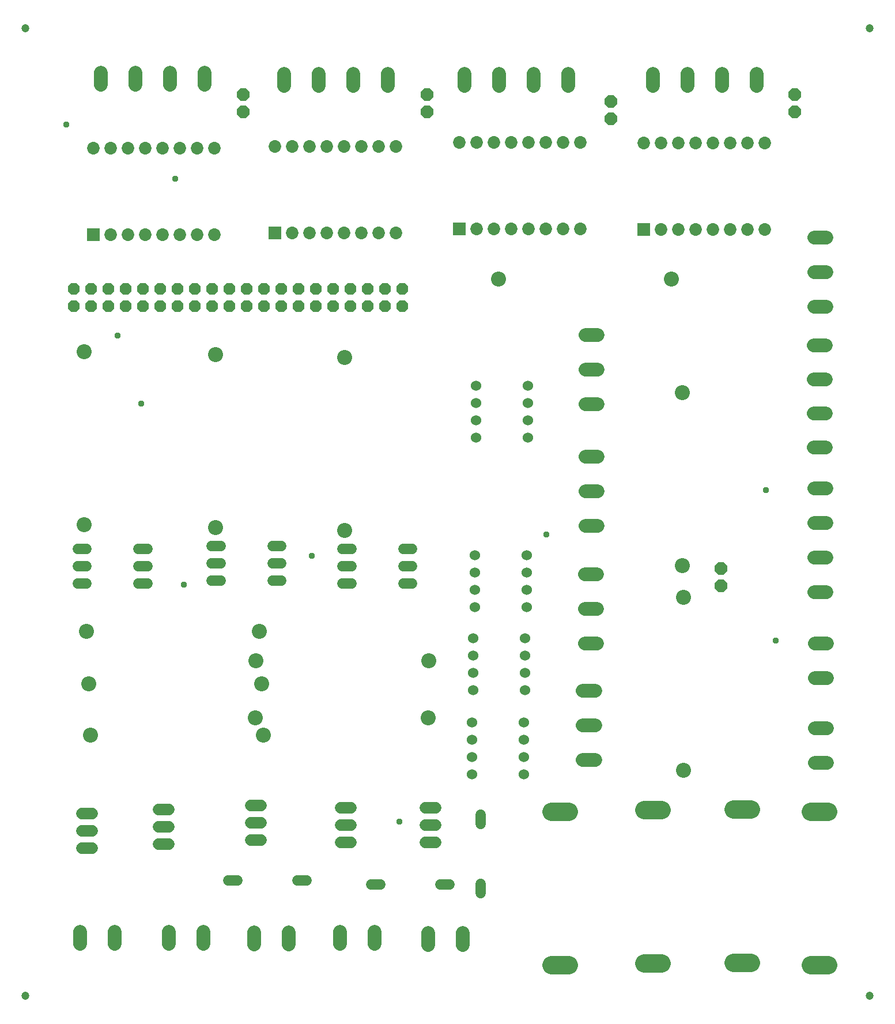
<source format=gbr>
G04 EAGLE Gerber RS-274X export*
G75*
%MOMM*%
%FSLAX34Y34*%
%LPD*%
%INSoldermask Bottom*%
%IPPOS*%
%AMOC8*
5,1,8,0,0,1.08239X$1,22.5*%
G01*
%ADD10C,1.203200*%
%ADD11P,1.951982X8X292.500000*%
%ADD12C,1.524000*%
%ADD13C,2.743200*%
%ADD14C,1.993900*%
%ADD15C,1.524000*%
%ADD16C,1.727200*%
%ADD17P,1.869504X8X22.500000*%
%ADD18C,2.203200*%
%ADD19C,1.853200*%
%ADD20R,1.853200X1.853200*%
%ADD21P,1.951982X8X112.500000*%
%ADD22C,0.959600*%


D10*
X1210000Y1410000D03*
X1210000Y-10000D03*
X-30000Y1410000D03*
X-30000Y-10000D03*
D11*
X992000Y616800D03*
X992000Y591400D03*
D12*
X383004Y159000D02*
X369796Y159000D01*
X281404Y159000D02*
X268196Y159000D01*
X579496Y153000D02*
X592704Y153000D01*
X491104Y153000D02*
X477896Y153000D01*
X639000Y153804D02*
X639000Y140596D01*
X639000Y242196D02*
X639000Y255404D01*
D13*
X1010800Y263022D02*
X1036200Y263022D01*
X1036200Y37978D02*
X1010800Y37978D01*
X768300Y259622D02*
X742900Y259622D01*
X742900Y34578D02*
X768300Y34578D01*
X879400Y262122D02*
X904800Y262122D01*
X904800Y37078D02*
X879400Y37078D01*
D14*
X1128997Y734500D02*
X1146904Y734500D01*
X1146904Y683700D02*
X1128997Y683700D01*
X1128997Y632900D02*
X1146904Y632900D01*
X1146904Y582100D02*
X1128997Y582100D01*
X100900Y83804D02*
X100900Y65897D01*
X50100Y65897D02*
X50100Y83804D01*
X231200Y83804D02*
X231200Y65897D01*
X180400Y65897D02*
X180400Y83804D01*
X356500Y82804D02*
X356500Y64897D01*
X305700Y64897D02*
X305700Y82804D01*
D15*
X701900Y314500D03*
X701900Y339900D03*
X625700Y339900D03*
X625700Y314500D03*
X701900Y365300D03*
X701900Y390700D03*
X625700Y365300D03*
X625700Y390700D03*
X703900Y438100D03*
X703900Y463500D03*
X627700Y463500D03*
X627700Y438100D03*
X703900Y488900D03*
X703900Y514300D03*
X627700Y488900D03*
X627700Y514300D03*
X706900Y560700D03*
X706900Y586100D03*
X630700Y586100D03*
X630700Y560700D03*
X706900Y611500D03*
X706900Y636900D03*
X630700Y611500D03*
X630700Y636900D03*
D14*
X788997Y437700D02*
X806904Y437700D01*
X806904Y386900D02*
X788997Y386900D01*
X788997Y336100D02*
X806904Y336100D01*
X809904Y608800D02*
X791997Y608800D01*
X791997Y558000D02*
X809904Y558000D01*
X809904Y507200D02*
X791997Y507200D01*
X792997Y780900D02*
X810904Y780900D01*
X810904Y730100D02*
X792997Y730100D01*
X792997Y679300D02*
X810904Y679300D01*
D16*
X68120Y257100D02*
X52880Y257100D01*
X52880Y231700D02*
X68120Y231700D01*
X68120Y206300D02*
X52880Y206300D01*
X165880Y263400D02*
X181120Y263400D01*
X181120Y238000D02*
X165880Y238000D01*
X165880Y212600D02*
X181120Y212600D01*
X300880Y268700D02*
X316120Y268700D01*
X316120Y243300D02*
X300880Y243300D01*
X300880Y217900D02*
X316120Y217900D01*
X432880Y266000D02*
X448120Y266000D01*
X448120Y240600D02*
X432880Y240600D01*
X432880Y215200D02*
X448120Y215200D01*
X557880Y265300D02*
X573120Y265300D01*
X573120Y239900D02*
X557880Y239900D01*
X557880Y214500D02*
X573120Y214500D01*
D14*
X482600Y83804D02*
X482600Y65897D01*
X431800Y65897D02*
X431800Y83804D01*
D12*
X59800Y646100D02*
X46592Y646100D01*
X46592Y620700D02*
X59800Y620700D01*
X136000Y620700D02*
X149208Y620700D01*
X149208Y646100D02*
X136000Y646100D01*
X59800Y595300D02*
X46592Y595300D01*
X136000Y595300D02*
X149208Y595300D01*
X243592Y649700D02*
X256800Y649700D01*
X256800Y624300D02*
X243592Y624300D01*
X333000Y624300D02*
X346208Y624300D01*
X346208Y649700D02*
X333000Y649700D01*
X256800Y598900D02*
X243592Y598900D01*
X333000Y598900D02*
X346208Y598900D01*
X435592Y645500D02*
X448800Y645500D01*
X448800Y620100D02*
X435592Y620100D01*
X525000Y620100D02*
X538208Y620100D01*
X538208Y645500D02*
X525000Y645500D01*
X448800Y594700D02*
X435592Y594700D01*
X525000Y594700D02*
X538208Y594700D01*
D15*
X707900Y808900D03*
X707900Y834300D03*
X631700Y834300D03*
X631700Y808900D03*
X707900Y859700D03*
X707900Y885100D03*
X631700Y859700D03*
X631700Y885100D03*
D14*
X1129597Y507100D02*
X1147504Y507100D01*
X1147504Y456300D02*
X1129597Y456300D01*
D17*
X41000Y1002000D03*
X41000Y1027400D03*
X66400Y1002000D03*
X66400Y1027400D03*
X91800Y1002000D03*
X91800Y1027400D03*
X117200Y1002000D03*
X117200Y1027400D03*
X142600Y1002000D03*
X142600Y1027400D03*
X168000Y1002000D03*
X168000Y1027400D03*
X193400Y1002000D03*
X193400Y1027400D03*
X218800Y1002000D03*
X218800Y1027400D03*
X244200Y1002000D03*
X244200Y1027400D03*
X269600Y1002000D03*
X269600Y1027400D03*
X295000Y1002000D03*
X295000Y1027400D03*
X320400Y1002000D03*
X320400Y1027400D03*
X345800Y1002000D03*
X345800Y1027400D03*
X371200Y1002000D03*
X371200Y1027400D03*
X396600Y1002000D03*
X396600Y1027400D03*
X422000Y1002000D03*
X422000Y1027400D03*
X447400Y1002000D03*
X447400Y1027400D03*
X472800Y1002000D03*
X472800Y1027400D03*
X498200Y1002000D03*
X498200Y1027400D03*
X523600Y1002000D03*
X523600Y1027400D03*
D18*
X56700Y935100D03*
X56700Y681100D03*
X249700Y931500D03*
X249700Y677500D03*
X438900Y926700D03*
X438900Y672700D03*
X937100Y320900D03*
X937100Y574900D03*
X934900Y875500D03*
X934900Y621500D03*
X918900Y1042100D03*
X664900Y1042100D03*
X65300Y372100D03*
X319300Y372100D03*
X62900Y448100D03*
X316900Y448100D03*
X59500Y525100D03*
X313500Y525100D03*
X562900Y481900D03*
X308900Y481900D03*
X561700Y397700D03*
X307700Y397700D03*
D14*
X891600Y1325997D02*
X891600Y1343904D01*
X942400Y1343904D02*
X942400Y1325997D01*
X993200Y1325997D02*
X993200Y1343904D01*
X1044000Y1343904D02*
X1044000Y1325997D01*
X614700Y1325997D02*
X614700Y1343904D01*
X665500Y1343904D02*
X665500Y1325997D01*
X716300Y1325997D02*
X716300Y1343904D01*
X767100Y1343904D02*
X767100Y1325997D01*
X349800Y1325997D02*
X349800Y1343904D01*
X400600Y1343904D02*
X400600Y1325997D01*
X451400Y1325997D02*
X451400Y1343904D01*
X502200Y1343904D02*
X502200Y1325997D01*
X80900Y1326997D02*
X80900Y1344904D01*
X131700Y1344904D02*
X131700Y1326997D01*
X182500Y1326997D02*
X182500Y1344904D01*
X233300Y1344904D02*
X233300Y1326997D01*
D19*
X954600Y1114900D03*
X954600Y1241900D03*
X980000Y1114900D03*
X1005400Y1114900D03*
X1030800Y1114900D03*
X1056200Y1114900D03*
X929200Y1114900D03*
X903800Y1114900D03*
D20*
X878400Y1114900D03*
D19*
X929200Y1241900D03*
X903800Y1241900D03*
X878400Y1241900D03*
X980000Y1241900D03*
X1005400Y1241900D03*
X1030800Y1241900D03*
X1056200Y1241900D03*
X683600Y1115400D03*
X683600Y1242400D03*
X709000Y1115400D03*
X734400Y1115400D03*
X759800Y1115400D03*
X785200Y1115400D03*
X658200Y1115400D03*
X632800Y1115400D03*
D20*
X607400Y1115400D03*
D19*
X658200Y1242400D03*
X632800Y1242400D03*
X607400Y1242400D03*
X709000Y1242400D03*
X734400Y1242400D03*
X759800Y1242400D03*
X785200Y1242400D03*
X412900Y1109900D03*
X412900Y1236900D03*
X438300Y1109900D03*
X463700Y1109900D03*
X489100Y1109900D03*
X514500Y1109900D03*
X387500Y1109900D03*
X362100Y1109900D03*
D20*
X336700Y1109900D03*
D19*
X387500Y1236900D03*
X362100Y1236900D03*
X336700Y1236900D03*
X438300Y1236900D03*
X463700Y1236900D03*
X489100Y1236900D03*
X514500Y1236900D03*
X145900Y1107400D03*
X145900Y1234400D03*
X171300Y1107400D03*
X196700Y1107400D03*
X222100Y1107400D03*
X247500Y1107400D03*
X120500Y1107400D03*
X95100Y1107400D03*
D20*
X69700Y1107400D03*
D19*
X120500Y1234400D03*
X95100Y1234400D03*
X69700Y1234400D03*
X171300Y1234400D03*
X196700Y1234400D03*
X222100Y1234400D03*
X247500Y1234400D03*
D14*
X612800Y82104D02*
X612800Y64197D01*
X562000Y64197D02*
X562000Y82104D01*
X792997Y960000D02*
X810904Y960000D01*
X810904Y909200D02*
X792997Y909200D01*
X792997Y858400D02*
X810904Y858400D01*
X1128997Y1103400D02*
X1146904Y1103400D01*
X1146904Y1052600D02*
X1128997Y1052600D01*
X1128997Y1001800D02*
X1146904Y1001800D01*
X1147804Y382100D02*
X1129897Y382100D01*
X1129897Y331300D02*
X1147804Y331300D01*
D13*
X1149500Y34678D02*
X1124100Y34678D01*
X1124100Y259722D02*
X1149500Y259722D01*
D21*
X560000Y1287300D03*
X560000Y1312700D03*
X290000Y1287300D03*
X290000Y1312700D03*
X830000Y1277300D03*
X830000Y1302700D03*
X1100000Y1287300D03*
X1100000Y1312700D03*
D14*
X1128347Y945000D02*
X1146254Y945000D01*
X1146254Y895000D02*
X1128347Y895000D01*
X1128347Y845000D02*
X1146254Y845000D01*
X1146254Y795000D02*
X1128347Y795000D01*
D22*
X105000Y959000D03*
X140000Y859000D03*
X203000Y593000D03*
X391000Y636000D03*
X519000Y245000D03*
X1072000Y511000D03*
X1058000Y732000D03*
X735000Y667000D03*
X190000Y1189000D03*
X30000Y1269000D03*
M02*

</source>
